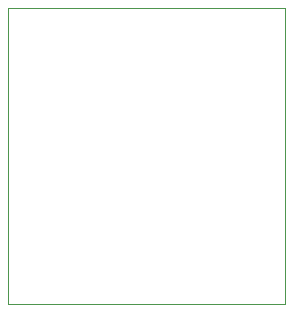
<source format=gko>
%FSLAX34Y34*%
G04 Gerber Fmt 3.4, Leading zero omitted, Abs format*
G04 (created by PCBNEW (2014-01-30 BZR 4648)-product) date Tue Feb  4 17:00:55 2014*
%MOIN*%
G01*
G70*
G90*
G04 APERTURE LIST*
%ADD10C,0.013780*%
%ADD11C,0.003937*%
G04 APERTURE END LIST*
G54D10*
G54D11*
X9250Y0D02*
X9250Y9875D01*
X0Y9875D02*
X0Y0D01*
X9250Y9875D02*
X0Y9875D01*
X0Y0D02*
X9250Y0D01*
M02*

</source>
